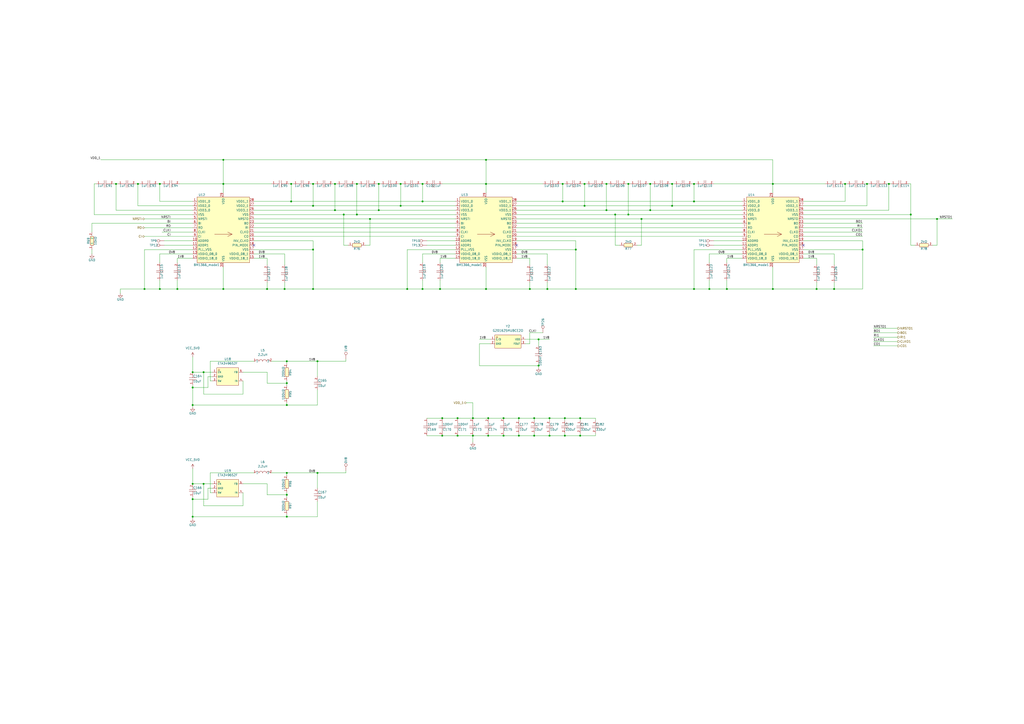
<source format=kicad_sch>
(kicad_sch (version 20250114) (generator "eeschema") (generator_version "9.0")
  (paper "A2")
  (junction (at 232.41 119.38))
  (junction (at 166.37 287.02))
  (junction (at 292.1 252.73))
  (junction (at 411.48 167.64))
  (junction (at 219.71 106.68))
  (junction (at 111.76 289.56))
  (junction (at 490.22 106.68))
  (junction (at 165.1 167.64))
  (junction (at 448.31 167.64))
  (junction (at 281.94 92.71))
  (junction (at 199.39 124.46))
  (junction (at 129.54 167.64))
  (junction (at 364.49 106.68))
  (junction (at 334.01 144.78))
  (junction (at 312.42 212.09))
  (junction (at 283.21 252.73))
  (junction (at 181.61 144.78))
  (junction (at 92.71 167.64))
  (junction (at 389.89 119.38))
  (junction (at 307.34 167.64))
  (junction (at 236.22 167.64))
  (junction (at 265.43 242.57))
  (junction (at 118.11 280.67))
  (junction (at 528.32 124.46))
  (junction (at 309.88 252.73))
  (junction (at 543.56 127))
  (junction (at 256.54 252.73))
  (junction (at 281.94 167.64))
  (junction (at 377.19 106.68))
  (junction (at 184.15 209.55))
  (junction (at 351.79 121.92))
  (junction (at 364.49 124.46))
  (junction (at 327.66 242.57))
  (junction (at 334.01 167.64))
  (junction (at 339.09 119.38))
  (junction (at 274.32 252.73))
  (junction (at 281.94 106.68))
  (junction (at 292.1 242.57))
  (junction (at 327.66 252.73))
  (junction (at 351.79 106.68))
  (junction (at 245.11 116.84))
  (junction (at 309.88 242.57))
  (junction (at 500.38 144.78))
  (junction (at 377.19 121.92))
  (junction (at 111.76 280.67))
  (junction (at 421.64 167.64))
  (junction (at 402.59 106.68))
  (junction (at 111.76 299.72))
  (junction (at 336.55 242.57))
  (junction (at 67.31 106.68))
  (junction (at 245.11 106.68))
  (junction (at 181.61 167.64))
  (junction (at 194.31 106.68))
  (junction (at 129.54 92.71))
  (junction (at 102.87 167.64))
  (junction (at 166.37 222.25))
  (junction (at 111.76 234.95))
  (junction (at 274.32 242.57))
  (junction (at 318.77 242.57))
  (junction (at 502.92 106.68))
  (junction (at 339.09 106.68))
  (junction (at 402.59 116.84))
  (junction (at 326.39 116.84))
  (junction (at 184.15 274.32))
  (junction (at 256.54 242.57))
  (junction (at 129.54 106.68))
  (junction (at 214.63 127))
  (junction (at 356.87 124.46))
  (junction (at 300.99 242.57))
  (junction (at 194.31 121.92))
  (junction (at 168.91 106.68))
  (junction (at 245.11 167.64))
  (junction (at 317.5 167.64))
  (junction (at 111.76 215.9))
  (junction (at 255.27 167.64))
  (junction (at 283.21 242.57))
  (junction (at 111.76 224.79))
  (junction (at 372.11 127))
  (junction (at 166.37 234.95))
  (junction (at 219.71 121.92))
  (junction (at 166.37 209.55))
  (junction (at 207.01 124.46))
  (junction (at 483.87 167.64))
  (junction (at 336.55 252.73))
  (junction (at 326.39 106.68))
  (junction (at 166.37 274.32))
  (junction (at 181.61 119.38))
  (junction (at 515.62 106.68))
  (junction (at 181.61 106.68))
  (junction (at 166.37 299.72))
  (junction (at 448.31 106.68))
  (junction (at 118.11 215.9))
  (junction (at 312.42 196.85))
  (junction (at 473.71 167.64))
  (junction (at 232.41 106.68))
  (junction (at 389.89 106.68))
  (junction (at 300.99 252.73))
  (junction (at 168.91 116.84))
  (junction (at 318.77 252.73))
  (junction (at 154.94 167.64))
  (junction (at 80.01 106.68))
  (junction (at 92.71 106.68))
  (junction (at 402.59 167.64))
  (junction (at 207.01 106.68))
  (junction (at 265.43 252.73))
  (junction (at 83.82 167.64))
  (no_connect (at 147.32 142.24))
  (no_connect (at 299.72 142.24))
  (no_connect (at 466.09 142.24))
  (wire (pts (xy 402.59 116.84) (xy 402.59 106.68)))
  (wire (pts (xy 80.01 119.38) (xy 80.01 106.68)))
  (wire (pts (xy 147.32 119.38) (xy 181.61 119.38)))
  (wire (pts (xy 483.87 163.83) (xy 483.87 167.64)))
  (wire (pts (xy 255.27 152.4) (xy 255.27 149.86)))
  (wire (pts (xy 326.39 106.68) (xy 326.39 116.84)))
  (wire (pts (xy 184.15 209.55) (xy 184.15 218.44)))
  (wire (pts (xy 181.61 144.78) (xy 181.61 167.64)))
  (wire (pts (xy 121.92 285.75) (xy 123.19 285.75)))
  (wire (pts (xy 421.64 152.4) (xy 421.64 149.86)))
  (wire (pts (xy 180.34 106.68) (xy 181.61 106.68)))
  (wire (pts (xy 207.01 106.68) (xy 205.74 106.68)))
  (wire (pts (xy 184.15 209.55) (xy 200.66 209.55)))
  (wire (pts (xy 514.35 106.68) (xy 515.62 106.68)))
  (wire (pts (xy 181.61 106.68) (xy 182.88 106.68)))
  (wire (pts (xy 377.19 106.68) (xy 378.46 106.68)))
  (wire (pts (xy 232.41 106.68) (xy 233.68 106.68)))
  (wire (pts (xy 80.01 106.68) (xy 78.74 106.68)))
  (wire (pts (xy 245.11 106.68) (xy 245.11 116.84)))
  (wire (pts (xy 218.44 106.68) (xy 219.71 106.68)))
  (wire (pts (xy 231.14 106.68) (xy 232.41 106.68)))
  (wire (pts (xy 312.42 200.66) (xy 312.42 196.85)))
  (wire (pts (xy 334.01 167.64) (xy 317.5 167.64)))
  (wire (pts (xy 309.88 242.57) (xy 309.88 243.84)))
  (wire (pts (xy 181.61 139.7) (xy 181.61 144.78)))
  (wire (pts (xy 515.62 121.92) (xy 515.62 106.68)))
  (wire (pts (xy 528.32 142.24) (xy 528.32 124.46)))
  (wire (pts (xy 336.55 251.46) (xy 336.55 252.73)))
  (wire (pts (xy 154.94 222.25) (xy 166.37 222.25)))
  (wire (pts (xy 166.37 299.72) (xy 166.37 298.45)))
  (wire (pts (xy 184.15 299.72) (xy 166.37 299.72)))
  (wire (pts (xy 274.32 256.54) (xy 274.32 252.73)))
  (wire (pts (xy 111.76 121.92) (xy 67.31 121.92)))
  (wire (pts (xy 147.32 144.78) (xy 181.61 144.78)))
  (wire (pts (xy 111.76 215.9) (xy 118.11 215.9)))
  (wire (pts (xy 299.72 137.16) (xy 430.53 137.16)))
  (wire (pts (xy 372.11 142.24) (xy 372.11 127)))
  (wire (pts (xy 121.92 220.98) (xy 123.19 220.98)))
  (wire (pts (xy 54.61 124.46) (xy 111.76 124.46)))
  (wire (pts (xy 181.61 167.64) (xy 236.22 167.64)))
  (wire (pts (xy 157.48 209.55) (xy 166.37 209.55)))
  (wire (pts (xy 121.92 274.32) (xy 121.92 285.75)))
  (wire (pts (xy 129.54 106.68) (xy 157.48 106.68)))
  (wire (pts (xy 265.43 252.73) (xy 274.32 252.73)))
  (wire (pts (xy 339.09 119.38) (xy 299.72 119.38)))
  (wire (pts (xy 365.76 106.68) (xy 364.49 106.68)))
  (wire (pts (xy 300.99 242.57) (xy 309.88 242.57)))
  (wire (pts (xy 411.48 152.4) (xy 411.48 147.32)))
  (wire (pts (xy 414.02 142.24) (xy 430.53 142.24)))
  (wire (pts (xy 53.34 147.32) (xy 53.34 144.78)))
  (wire (pts (xy 111.76 223.52) (xy 111.76 224.79)))
  (wire (pts (xy 501.65 106.68) (xy 502.92 106.68)))
  (wire (pts (xy 317.5 147.32) (xy 299.72 147.32)))
  (wire (pts (xy 147.32 129.54) (xy 264.16 129.54)))
  (wire (pts (xy 318.77 251.46) (xy 318.77 252.73)))
  (wire (pts (xy 147.32 124.46) (xy 199.39 124.46)))
  (wire (pts (xy 140.97 280.67) (xy 154.94 280.67)))
  (wire (pts (xy 281.94 154.94) (xy 281.94 167.64)))
  (wire (pts (xy 299.72 139.7) (xy 334.01 139.7)))
  (wire (pts (xy 326.39 116.84) (xy 402.59 116.84)))
  (wire (pts (xy 167.64 106.68) (xy 168.91 106.68)))
  (wire (pts (xy 309.88 242.57) (xy 318.77 242.57)))
  (wire (pts (xy 506.73 193.04) (xy 520.7 193.04)))
  (wire (pts (xy 154.94 167.64) (xy 129.54 167.64)))
  (wire (pts (xy 111.76 144.78) (xy 83.82 144.78)))
  (wire (pts (xy 118.11 280.67) (xy 123.19 280.67)))
  (wire (pts (xy 69.85 170.18) (xy 69.85 167.64)))
  (wire (pts (xy 200.66 208.28) (xy 200.66 209.55)))
  (wire (pts (xy 194.31 106.68) (xy 195.58 106.68)))
  (wire (pts (xy 111.76 234.95) (xy 166.37 234.95)))
  (wire (pts (xy 111.76 288.29) (xy 111.76 289.56)))
  (wire (pts (xy 377.19 121.92) (xy 377.19 106.68)))
  (wire (pts (xy 359.41 142.24) (xy 356.87 142.24)))
  (wire (pts (xy 53.34 134.62) (xy 53.34 129.54)))
  (wire (pts (xy 364.49 106.68) (xy 363.22 106.68)))
  (wire (pts (xy 147.32 274.32) (xy 121.92 274.32)))
  (wire (pts (xy 194.31 121.92) (xy 219.71 121.92)))
  (wire (pts (xy 245.11 116.84) (xy 264.16 116.84)))
  (wire (pts (xy 92.71 147.32) (xy 111.76 147.32)))
  (wire (pts (xy 83.82 167.64) (xy 92.71 167.64)))
  (wire (pts (xy 129.54 167.64) (xy 102.87 167.64)))
  (wire (pts (xy 356.87 142.24) (xy 356.87 124.46)))
  (wire (pts (xy 129.54 106.68) (xy 129.54 111.76)))
  (wire (pts (xy 299.72 132.08) (xy 430.53 132.08)))
  (wire (pts (xy 281.94 106.68) (xy 281.94 111.76)))
  (wire (pts (xy 473.71 149.86) (xy 466.09 149.86)))
  (wire (pts (xy 411.48 162.56) (xy 411.48 167.64)))
  (wire (pts (xy 351.79 121.92) (xy 351.79 106.68)))
  (wire (pts (xy 299.72 129.54) (xy 430.53 129.54)))
  (wire (pts (xy 281.94 92.71) (xy 281.94 106.68)))
  (wire (pts (xy 318.77 242.57) (xy 318.77 243.84)))
  (wire (pts (xy 334.01 139.7) (xy 334.01 144.78)))
  (wire (pts (xy 245.11 152.4) (xy 245.11 147.32)))
  (wire (pts (xy 184.15 234.95) (xy 166.37 234.95)))
  (wire (pts (xy 184.15 290.83) (xy 184.15 299.72)))
  (wire (pts (xy 166.37 209.55) (xy 184.15 209.55)))
  (wire (pts (xy 147.32 132.08) (xy 264.16 132.08)))
  (wire (pts (xy 154.94 149.86) (xy 147.32 149.86)))
  (wire (pts (xy 334.01 144.78) (xy 334.01 167.64)))
  (wire (pts (xy 120.65 218.44) (xy 120.65 224.79)))
  (wire (pts (xy 129.54 92.71) (xy 281.94 92.71)))
  (wire (pts (xy 312.42 212.09) (xy 312.42 213.36)))
  (wire (pts (xy 274.32 233.68) (xy 274.32 242.57)))
  (wire (pts (xy 292.1 252.73) (xy 300.99 252.73)))
  (wire (pts (xy 245.11 147.32) (xy 264.16 147.32)))
  (wire (pts (xy 200.66 273.05) (xy 200.66 274.32)))
  (wire (pts (xy 466.09 119.38) (xy 502.92 119.38)))
  (wire (pts (xy 345.44 242.57) (xy 345.44 243.84)))
  (wire (pts (xy 111.76 207.01) (xy 111.76 215.9)))
  (wire (pts (xy 327.66 242.57) (xy 336.55 242.57)))
  (wire (pts (xy 309.88 251.46) (xy 309.88 252.73)))
  (wire (pts (xy 466.09 121.92) (xy 515.62 121.92)))
  (wire (pts (xy 93.98 106.68) (xy 92.71 106.68)))
  (wire (pts (xy 307.34 163.83) (xy 307.34 167.64)))
  (wire (pts (xy 375.92 106.68) (xy 377.19 106.68)))
  (wire (pts (xy 102.87 152.4) (xy 102.87 149.86)))
  (wire (pts (xy 147.32 134.62) (xy 264.16 134.62)))
  (wire (pts (xy 402.59 106.68) (xy 403.86 106.68)))
  (wire (pts (xy 92.71 152.4) (xy 92.71 147.32)))
  (wire (pts (xy 118.11 215.9) (xy 118.11 228.6)))
  (wire (pts (xy 299.72 124.46) (xy 356.87 124.46)))
  (wire (pts (xy 199.39 124.46) (xy 207.01 124.46)))
  (wire (pts (xy 166.37 274.32) (xy 166.37 275.59)))
  (wire (pts (xy 528.32 106.68) (xy 527.05 106.68)))
  (wire (pts (xy 506.73 198.12) (xy 520.7 198.12)))
  (wire (pts (xy 327.66 252.73) (xy 336.55 252.73)))
  (wire (pts (xy 448.31 106.68) (xy 448.31 111.76)))
  (wire (pts (xy 274.32 252.73) (xy 283.21 252.73)))
  (wire (pts (xy 448.31 92.71) (xy 448.31 106.68)))
  (wire (pts (xy 466.09 137.16) (xy 500.38 137.16)))
  (wire (pts (xy 166.37 285.75) (xy 166.37 287.02)))
  (wire (pts (xy 326.39 116.84) (xy 299.72 116.84)))
  (wire (pts (xy 102.87 162.56) (xy 102.87 167.64)))
  (wire (pts (xy 402.59 167.64) (xy 411.48 167.64)))
  (wire (pts (xy 300.99 252.73) (xy 309.88 252.73)))
  (wire (pts (xy 466.09 134.62) (xy 500.38 134.62)))
  (wire (pts (xy 168.91 116.84) (xy 168.91 106.68)))
  (wire (pts (xy 147.32 116.84) (xy 168.91 116.84)))
  (wire (pts (xy 351.79 121.92) (xy 377.19 121.92)))
  (wire (pts (xy 104.14 106.68) (xy 129.54 106.68)))
  (wire (pts (xy 300.99 242.57) (xy 300.99 243.84)))
  (wire (pts (xy 102.87 149.86) (xy 111.76 149.86)))
  (wire (pts (xy 236.22 144.78) (xy 236.22 167.64)))
  (wire (pts (xy 184.15 274.32) (xy 200.66 274.32)))
  (wire (pts (xy 281.94 106.68) (xy 314.96 106.68)))
  (wire (pts (xy 500.38 167.64) (xy 483.87 167.64)))
  (wire (pts (xy 473.71 163.83) (xy 473.71 167.64)))
  (wire (pts (xy 389.89 119.38) (xy 389.89 106.68)))
  (wire (pts (xy 219.71 121.92) (xy 264.16 121.92)))
  (wire (pts (xy 245.11 106.68) (xy 246.38 106.68)))
  (wire (pts (xy 336.55 252.73) (xy 345.44 252.73)))
  (wire (pts (xy 356.87 124.46) (xy 364.49 124.46)))
  (wire (pts (xy 490.22 116.84) (xy 466.09 116.84)))
  (wire (pts (xy 95.25 139.7) (xy 111.76 139.7)))
  (wire (pts (xy 309.88 252.73) (xy 318.77 252.73)))
  (wire (pts (xy 154.94 280.67) (xy 154.94 287.02)))
  (wire (pts (xy 245.11 162.56) (xy 245.11 167.64)))
  (wire (pts (xy 154.94 163.83) (xy 154.94 167.64)))
  (wire (pts (xy 168.91 106.68) (xy 170.18 106.68)))
  (wire (pts (xy 466.09 124.46) (xy 528.32 124.46)))
  (wire (pts (xy 165.1 147.32) (xy 147.32 147.32)))
  (wire (pts (xy 339.09 106.68) (xy 340.36 106.68)))
  (wire (pts (xy 318.77 242.57) (xy 327.66 242.57)))
  (wire (pts (xy 92.71 116.84) (xy 92.71 106.68)))
  (wire (pts (xy 421.64 167.64) (xy 411.48 167.64)))
  (wire (pts (xy 140.97 228.6) (xy 118.11 228.6)))
  (wire (pts (xy 281.94 167.64) (xy 255.27 167.64)))
  (wire (pts (xy 83.82 132.08) (xy 111.76 132.08)))
  (wire (pts (xy 506.73 190.5) (xy 520.7 190.5)))
  (wire (pts (xy 307.34 199.39) (xy 304.8 199.39)))
  (wire (pts (xy 118.11 280.67) (xy 118.11 293.37)))
  (wire (pts (xy 54.61 106.68) (xy 54.61 124.46)))
  (wire (pts (xy 278.13 199.39) (xy 278.13 212.09)))
  (wire (pts (xy 184.15 274.32) (xy 184.15 283.21)))
  (wire (pts (xy 506.73 195.58) (xy 520.7 195.58)))
  (wire (pts (xy 165.1 153.67) (xy 165.1 147.32)))
  (wire (pts (xy 430.53 124.46) (xy 364.49 124.46)))
  (wire (pts (xy 541.02 142.24) (xy 543.56 142.24)))
  (wire (pts (xy 255.27 162.56) (xy 255.27 167.64)))
  (wire (pts (xy 166.37 209.55) (xy 166.37 210.82)))
  (wire (pts (xy 83.82 144.78) (xy 83.82 167.64)))
  (wire (pts (xy 154.94 153.67) (xy 154.94 149.86)))
  (wire (pts (xy 466.09 144.78) (xy 500.38 144.78)))
  (wire (pts (xy 166.37 287.02) (xy 166.37 288.29)))
  (wire (pts (xy 199.39 142.24) (xy 199.39 124.46)))
  (wire (pts (xy 448.31 154.94) (xy 448.31 167.64)))
  (wire (pts (xy 307.34 153.67) (xy 307.34 149.86)))
  (wire (pts (xy 284.48 199.39) (xy 278.13 199.39)))
  (wire (pts (xy 111.76 299.72) (xy 166.37 299.72)))
  (wire (pts (xy 336.55 242.57) (xy 345.44 242.57)))
  (wire (pts (xy 102.87 167.64) (xy 92.71 167.64)))
  (wire (pts (xy 515.62 106.68) (xy 516.89 106.68)))
  (wire (pts (xy 184.15 226.06) (xy 184.15 234.95)))
  (wire (pts (xy 488.95 106.68) (xy 490.22 106.68)))
  (wire (pts (xy 140.97 285.75) (xy 140.97 293.37)))
  (wire (pts (xy 147.32 209.55) (xy 121.92 209.55)))
  (wire (pts (xy 123.19 283.21) (xy 120.65 283.21)))
  (wire (pts (xy 421.64 162.56) (xy 421.64 167.64)))
  (wire (pts (xy 111.76 119.38) (xy 80.01 119.38)))
  (wire (pts (xy 350.52 106.68) (xy 351.79 106.68)))
  (wire (pts (xy 337.82 106.68) (xy 339.09 106.68)))
  (wire (pts (xy 236.22 167.64) (xy 245.11 167.64)))
  (wire (pts (xy 317.5 163.83) (xy 317.5 167.64)))
  (wire (pts (xy 93.98 134.62) (xy 111.76 134.62)))
  (wire (pts (xy 111.76 299.72) (xy 111.76 300.99)))
  (wire (pts (xy 219.71 106.68) (xy 220.98 106.68)))
  (wire (pts (xy 483.87 153.67) (xy 483.87 147.32)))
  (wire (pts (xy 83.82 137.16) (xy 111.76 137.16)))
  (wire (pts (xy 165.1 167.64) (xy 154.94 167.64)))
  (wire (pts (xy 123.19 218.44) (xy 120.65 218.44)))
  (wire (pts (xy 448.31 167.64) (xy 421.64 167.64)))
  (wire (pts (xy 58.42 92.71) (xy 129.54 92.71)))
  (wire (pts (xy 543.56 142.24) (xy 543.56 127)))
  (wire (pts (xy 490.22 106.68) (xy 490.22 116.84)))
  (wire (pts (xy 247.65 139.7) (xy 264.16 139.7)))
  (wire (pts (xy 147.32 137.16) (xy 264.16 137.16)))
  (wire (pts (xy 530.86 142.24) (xy 528.32 142.24)))
  (wire (pts (xy 243.84 106.68) (xy 245.11 106.68)))
  (wire (pts (xy 506.73 200.66) (xy 520.7 200.66)))
  (wire (pts (xy 466.09 139.7) (xy 500.38 139.7)))
  (wire (pts (xy 111.76 234.95) (xy 111.76 236.22)))
  (wire (pts (xy 236.22 144.78) (xy 264.16 144.78)))
  (wire (pts (xy 140.97 293.37) (xy 118.11 293.37)))
  (wire (pts (xy 483.87 147.32) (xy 466.09 147.32)))
  (wire (pts (xy 299.72 121.92) (xy 351.79 121.92)))
  (wire (pts (xy 157.48 274.32) (xy 166.37 274.32)))
  (wire (pts (xy 339.09 119.38) (xy 389.89 119.38)))
  (wire (pts (xy 129.54 92.71) (xy 129.54 106.68)))
  (wire (pts (xy 421.64 149.86) (xy 430.53 149.86)))
  (wire (pts (xy 147.32 121.92) (xy 194.31 121.92)))
  (wire (pts (xy 292.1 242.57) (xy 300.99 242.57)))
  (wire (pts (xy 466.09 129.54) (xy 500.38 129.54)))
  (wire (pts (xy 129.54 154.94) (xy 129.54 167.64)))
  (wire (pts (xy 207.01 124.46) (xy 207.01 106.68)))
  (wire (pts (xy 265.43 242.57) (xy 274.32 242.57)))
  (wire (pts (xy 147.32 139.7) (xy 181.61 139.7)))
  (wire (pts (xy 402.59 144.78) (xy 402.59 167.64)))
  (wire (pts (xy 502.92 106.68) (xy 504.19 106.68)))
  (wire (pts (xy 181.61 119.38) (xy 232.41 119.38)))
  (wire (pts (xy 334.01 167.64) (xy 402.59 167.64)))
  (wire (pts (xy 270.51 233.68) (xy 274.32 233.68)))
  (wire (pts (xy 67.31 121.92) (xy 67.31 106.68)))
  (wire (pts (xy 327.66 251.46) (xy 327.66 252.73)))
  (wire (pts (xy 336.55 242.57) (xy 336.55 243.84)))
  (wire (pts (xy 95.25 142.24) (xy 111.76 142.24)))
  (wire (pts (xy 500.38 139.7) (xy 500.38 144.78)))
  (wire (pts (xy 274.32 242.57) (xy 283.21 242.57)))
  (wire (pts (xy 214.63 142.24) (xy 214.63 127)))
  (wire (pts (xy 473.71 153.67) (xy 473.71 149.86)))
  (wire (pts (xy 388.62 106.68) (xy 389.89 106.68)))
  (wire (pts (xy 181.61 119.38) (xy 181.61 106.68)))
  (wire (pts (xy 121.92 209.55) (xy 121.92 220.98)))
  (wire (pts (xy 300.99 251.46) (xy 300.99 252.73)))
  (wire (pts (xy 111.76 116.84) (xy 92.71 116.84)))
  (wire (pts (xy 401.32 106.68) (xy 402.59 106.68)))
  (wire (pts (xy 543.56 127) (xy 552.45 127)))
  (wire (pts (xy 255.27 167.64) (xy 245.11 167.64)))
  (wire (pts (xy 53.34 129.54) (xy 111.76 129.54)))
  (wire (pts (xy 307.34 193.04) (xy 314.96 193.04)))
  (wire (pts (xy 351.79 106.68) (xy 353.06 106.68)))
  (wire (pts (xy 165.1 163.83) (xy 165.1 167.64)))
  (wire (pts (xy 111.76 289.56) (xy 111.76 299.72)))
  (wire (pts (xy 208.28 106.68) (xy 207.01 106.68)))
  (wire (pts (xy 430.53 121.92) (xy 377.19 121.92)))
  (wire (pts (xy 120.65 224.79) (xy 111.76 224.79)))
  (wire (pts (xy 430.53 116.84) (xy 402.59 116.84)))
  (wire (pts (xy 256.54 252.73) (xy 265.43 252.73)))
  (wire (pts (xy 312.42 196.85) (xy 318.77 196.85)))
  (wire (pts (xy 92.71 162.56) (xy 92.71 167.64)))
  (wire (pts (xy 168.91 116.84) (xy 245.11 116.84)))
  (wire (pts (xy 345.44 251.46) (xy 345.44 252.73)))
  (wire (pts (xy 154.94 287.02) (xy 166.37 287.02)))
  (wire (pts (xy 140.97 220.98) (xy 140.97 228.6)))
  (wire (pts (xy 255.27 149.86) (xy 264.16 149.86)))
  (wire (pts (xy 166.37 234.95) (xy 166.37 233.68)))
  (wire (pts (xy 83.82 127) (xy 111.76 127)))
  (wire (pts (xy 402.59 144.78) (xy 430.53 144.78)))
  (wire (pts (xy 325.12 106.68) (xy 326.39 106.68)))
  (wire (pts (xy 372.11 127) (xy 430.53 127)))
  (wire (pts (xy 166.37 222.25) (xy 166.37 223.52)))
  (wire (pts (xy 67.31 106.68) (xy 66.04 106.68)))
  (wire (pts (xy 247.65 142.24) (xy 264.16 142.24)))
  (wire (pts (xy 92.71 106.68) (xy 91.44 106.68)))
  (wire (pts (xy 212.09 142.24) (xy 214.63 142.24)))
  (wire (pts (xy 55.88 106.68) (xy 54.61 106.68)))
  (wire (pts (xy 307.34 193.04) (xy 307.34 199.39)))
  (wire (pts (xy 232.41 119.38) (xy 264.16 119.38)))
  (wire (pts (xy 307.34 167.64) (xy 281.94 167.64)))
  (wire (pts (xy 247.65 242.57) (xy 256.54 242.57)))
  (wire (pts (xy 312.42 210.82) (xy 312.42 212.09)))
  (wire (pts (xy 69.85 167.64) (xy 83.82 167.64)))
  (wire (pts (xy 283.21 252.73) (xy 292.1 252.73)))
  (wire (pts (xy 364.49 124.46) (xy 364.49 106.68)))
  (wire (pts (xy 201.93 142.24) (xy 199.39 142.24)))
  (wire (pts (xy 327.66 242.57) (xy 327.66 243.84)))
  (wire (pts (xy 278.13 212.09) (xy 312.42 212.09)))
  (wire (pts (xy 483.87 167.64) (xy 473.71 167.64)))
  (wire (pts (xy 81.28 106.68) (xy 80.01 106.68)))
  (wire (pts (xy 473.71 167.64) (xy 448.31 167.64)))
  (wire (pts (xy 118.11 215.9) (xy 123.19 215.9)))
  (wire (pts (xy 448.31 106.68) (xy 478.79 106.68)))
  (wire (pts (xy 283.21 242.57) (xy 292.1 242.57)))
  (wire (pts (xy 414.02 106.68) (xy 448.31 106.68)))
  (wire (pts (xy 307.34 149.86) (xy 299.72 149.86)))
  (wire (pts (xy 318.77 252.73) (xy 327.66 252.73)))
  (wire (pts (xy 247.65 252.73) (xy 256.54 252.73)))
  (wire (pts (xy 120.65 289.56) (xy 111.76 289.56)))
  (wire (pts (xy 219.71 106.68) (xy 219.71 121.92)))
  (wire (pts (xy 466.09 127) (xy 543.56 127)))
  (wire (pts (xy 339.09 106.68) (xy 339.09 119.38)))
  (wire (pts (xy 502.92 119.38) (xy 502.92 106.68)))
  (wire (pts (xy 111.76 280.67) (xy 118.11 280.67)))
  (wire (pts (xy 140.97 215.9) (xy 154.94 215.9)))
  (wire (pts (xy 528.32 124.46) (xy 528.32 106.68)))
  (wire (pts (xy 120.65 283.21) (xy 120.65 289.56)))
  (wire (pts (xy 232.41 106.68) (xy 232.41 119.38)))
  (wire (pts (xy 193.04 106.68) (xy 194.31 106.68)))
  (wire (pts (xy 411.48 147.32) (xy 430.53 147.32)))
  (wire (pts (xy 326.39 106.68) (xy 327.66 106.68)))
  (wire (pts (xy 147.32 127) (xy 214.63 127)))
  (wire (pts (xy 166.37 220.98) (xy 166.37 222.25)))
  (wire (pts (xy 299.72 144.78) (xy 334.01 144.78)))
  (wire (pts (xy 111.76 271.78) (xy 111.76 280.67)))
  (wire (pts (xy 256.54 242.57) (xy 265.43 242.57)))
  (wire (pts (xy 317.5 167.64) (xy 307.34 167.64)))
  (wire (pts (xy 317.5 153.67) (xy 317.5 147.32)))
  (wire (pts (xy 256.54 106.68) (xy 281.94 106.68)))
  (wire (pts (xy 389.89 106.68) (xy 391.16 106.68)))
  (wire (pts (xy 166.37 274.32) (xy 184.15 274.32)))
  (wire (pts (xy 68.58 106.68) (xy 67.31 106.68)))
  (wire (pts (xy 281.94 92.71) (xy 448.31 92.71)))
  (wire (pts (xy 299.72 134.62) (xy 430.53 134.62)))
  (wire (pts (xy 111.76 224.79) (xy 111.76 234.95)))
  (wire (pts (xy 214.63 127) (xy 264.16 127)))
  (wire (pts (xy 414.02 139.7) (xy 430.53 139.7)))
  (wire (pts (xy 207.01 124.46) (xy 264.16 124.46)))
  (wire (pts (xy 369.57 142.24) (xy 372.11 142.24)))
  (wire (pts (xy 194.31 121.92) (xy 194.31 106.68)))
  (wire (pts (xy 154.94 215.9) (xy 154.94 222.25)))
  (wire (pts (xy 165.1 167.64) (xy 181.61 167.64)))
  (wire (pts (xy 466.09 132.08) (xy 500.38 132.08)))
  (wire (pts (xy 430.53 119.38) (xy 389.89 119.38)))
  (wire (pts (xy 278.13 196.85) (xy 284.48 196.85)))
  (wire (pts (xy 500.38 144.78) (xy 500.38 167.64)))
  (wire (pts (xy 299.72 127) (xy 372.11 127)))
  (wire (pts (xy 312.42 196.85) (xy 304.8 196.85)))
  (wire (pts (xy 490.22 106.68) (xy 491.49 106.68)))
  (label "BO1" (at 500.38 129.54 180))
  (label "CLKO1" (at 506.73 198.12 0))
  (label "0V8" (at 101.6 147.32 180))
  (label "0V8" (at 306.07 147.32 180))
  (label "0V8" (at 472.44 147.32 180))
  (label "RI1" (at 506.73 195.58 0))
  (label "0V8" (at 182.88 274.32 180))
  (label "BI" (at 99.06 129.54 180))
  (label "1V8" (at 425.45 149.86 180))
  (label "1V8" (at 278.13 196.85 0))
  (label "CI" (at 99.06 137.16 180))
  (label "1V8" (at 259.08 149.86 180))
  (label "1V8" (at 318.77 196.85 180))
  (label "RO" (at 99.06 132.08 180))
  (label "1V8" (at 306.07 149.86 180))
  (label "BO1" (at 506.73 193.04 0))
  (label "NRSTO1" (at 552.45 127 180))
  (label "NRSTI" (at 99.06 127 180))
  (label "0V8" (at 254 147.32 180))
  (label "CO1" (at 500.38 137.16 180))
  (label "0V8" (at 153.67 147.32 180))
  (label "1V8" (at 106.68 149.86 180))
  (label "1V8" (at 182.88 209.55 180))
  (label "RI1" (at 500.38 132.08 180))
  (label "CLKO1" (at 500.38 134.62 180))
  (label "NRSTO1" (at 506.73 190.5 0))
  (label "CLKI" (at 99.06 134.62 180))
  (label "CO1" (at 506.73 200.66 0))
  (label "CLKI" (at 311.15 193.04 180))
  (label "1V8" (at 472.44 149.86 180))
  (label "1V8" (at 153.67 149.86 180))
  (label "VDD_1" (at 58.42 92.71 180))
  (label "0V8" (at 420.37 147.32 180))
  (hierarchical_label "CLKO1" (shape output) (at 520.7 198.12 0))
  (hierarchical_label "CO1" (shape output) (at 520.7 200.66 0))
  (hierarchical_label "RI1" (shape output) (at 520.7 195.58 0))
  (hierarchical_label "NRSTO1" (shape output) (at 520.7 190.5 0))
  (hierarchical_label "CI" (shape bidirectional) (at 83.82 137.16 180))
  (hierarchical_label "NRSTI" (shape bidirectional) (at 83.82 127 180))
  (hierarchical_label "VDD_1" (shape bidirectional) (at 270.51 233.68 180))
  (hierarchical_label "BO1" (shape output) (at 520.7 193.04 0))
  (hierarchical_label "RO" (shape bidirectional) (at 83.82 132.08 180))
  (symbol (lib_id "JLCPCB_lib:0402WGF2001TCE") (at 364.49 142.24 0) (unit 1)
    (property "Reference" "R77" (at 364.49 144.272 0))
    (property "Value" "2kΩ" (at 364.49 140.208 0))
    (property "Footprint" "JLCPCB_lib:R0402" (effects (hide yes)))
    (property "Datasheet" "https://item.szlcsc.com/323315.html" (effects (hide yes)))
    (property "LCSC" "C4109" (effects (hide yes)))
  )
  (symbol (lib_id "JLCPCB_lib:ETA3496S2F") (at 132.08 218.44 0) (unit 1)
    (property "Reference" "U18" (at 132.08 208.28 0))
    (property "Value" "ETA3496S2F" (at 132.08 210.82 0))
    (property "Footprint" "My_footprint_lib:SOT-23-5_L2.9-W1.6-P0.95-LS2.8-BR" (effects (hide yes)))
    (property "Datasheet" "https://atta.szlcsc.com/upload/public/pdf/source/20201015/C882654_F49EC15FD6A974BF40D8ED13350A683B.pdf" (effects (hide yes)))
    (property "LCSC" "C7465505" (effects (hide yes)))
  )
  (symbol (lib_id "JLCPCB_lib:CL05A106MQ5NUNC") (at 184.15 222.25 90) (unit 1)
    (property "Reference" "C165" (at 184.404 220.726 90) (effects (justify right)))
    (property "Value" "10uF" (at 184.404 223.774 90) (effects (justify right)))
    (property "Footprint" "JLCPCB_lib:C0402" (effects (hide yes)))
    (property "Datasheet" "https://item.szlcsc.com/15869.html" (effects (hide yes)))
    (property "LCSC" "C15525" (effects (hide yes)))
  )
  (symbol (lib_id "JLCPCB_lib:TAJD337K010RNJ") (at 336.55 247.65 90) (unit 1)
    (property "Reference" "C181" (at 336.55 246.126 90) (effects (justify right)))
    (property "Value" "330uF" (at 336.804 249.174 90) (effects (justify right)))
    (property "Footprint" "JLCPCB_lib:CASE-D_7343" (effects (hide yes)))
    (property "Datasheet" "https://atta.szlcsc.com/upload/public/pdf/source/20210427/369E0E2B82AAAC68C140254C20AD9476.pdf" (effects (hide yes)))
    (property "LCSC" "C7226" (effects (hide yes)))
  )
  (symbol (lib_id "JLCPCB_lib:CL05A105KA5NQNC") (at 175.26 106.68 0) (unit 1)
    (property "Reference" "C96" (at 179.578 107.696 0) (effects (justify right)))
    (property "Value" "1uF" (at 174.498 107.696 0) (effects (justify right)))
    (property "Footprint" "JLCPCB_lib:C0402" (effects (hide yes)))
    (property "Datasheet" "https://item.szlcsc.com/15869.html" (effects (hide yes)))
    (property "LCSC" "C52923" (effects (hide yes)))
  )
  (symbol (lib_id "JLCPCB_lib:CL05A105KA5NQNC") (at 99.06 106.68 0) (unit 1)
    (property "Reference" "C94" (at 103.378 107.696 0) (effects (justify right)))
    (property "Value" "1uF" (at 98.298 107.696 0) (effects (justify right)))
    (property "Footprint" "JLCPCB_lib:C0402" (effects (hide yes)))
    (property "Datasheet" "https://item.szlcsc.com/15869.html" (effects (hide yes)))
    (property "LCSC" "C52923" (effects (hide yes)))
  )
  (symbol (lib_id "JLCPCB_lib:CL05A105KA5NQNC") (at 251.46 106.68 0) (mirror y) (unit 1)
    (property "Reference" "C102" (at 247.142 107.696 0) (effects (justify right)))
    (property "Value" "1uF" (at 252.222 107.696 0) (effects (justify right)))
    (property "Footprint" "JLCPCB_lib:C0402" (effects (hide yes)))
    (property "Datasheet" "https://item.szlcsc.com/15869.html" (effects (hide yes)))
    (property "LCSC" "C52923" (effects (hide yes)))
  )
  (symbol (lib_id "JLCPCB_lib:CL05A105KA5NQNC") (at 483.87 106.68 0) (unit 1)
    (property "Reference" "C111" (at 489.458 107.696 0) (effects (justify right)))
    (property "Value" "1uF" (at 483.108 107.696 0) (effects (justify right)))
    (property "Footprint" "JLCPCB_lib:C0402" (effects (hide yes)))
    (property "Datasheet" "https://item.szlcsc.com/15869.html" (effects (hide yes)))
    (property "LCSC" "C52923" (effects (hide yes)))
  )
  (symbol (lib_id "Connector:TestPoint") (at 200.66 208.28 0) (unit 1)
    (property "Reference" "1V8" (at 200.66 202.184 90))
    (property "Value" "TestPoint" (effects (hide yes)))
    (property "Footprint" "TestPoint:TestPoint_Pad_D1.0mm" (effects (hide yes)))
    (property "Description" "test point" (effects (hide yes)))
  )
  (symbol (lib_id "JLCPCB_lib:CMI201209U2R2KT") (at 152.4 209.55 0) (unit 1)
    (property "Reference" "L5" (at 152.4 203.2 0))
    (property "Value" "2.2uH" (at 152.4 205.74 0))
    (property "Footprint" "My_footprint_lib:L0805" (effects (hide yes)))
    (property "Datasheet" "https://item.szlcsc.com/344132.html" (effects (hide yes)))
    (property "LCSC" "C1043" (effects (hide yes)))
  )
  (symbol (lib_id "JLCPCB_lib:CL05A105KA5NQNC") (at 521.97 106.68 0) (unit 1)
    (property "Reference" "C114" (at 527.558 107.696 0) (effects (justify right)))
    (property "Value" "1uF" (at 521.208 107.696 0) (effects (justify right)))
    (property "Footprint" "JLCPCB_lib:C0402" (effects (hide yes)))
    (property "Datasheet" "https://item.szlcsc.com/15869.html" (effects (hide yes)))
    (property "LCSC" "C52923" (effects (hide yes)))
  )
  (symbol (lib_id "JLCPCB_lib:CL05B104KB54PNC") (at 265.43 247.65 90) (mirror x) (unit 1)
    (property "Reference" "C171" (at 265.684 249.174 90) (effects (justify right)))
    (property "Value" "100nF" (at 265.684 246.126 90) (effects (justify right)))
    (property "Footprint" "JLCPCB_lib:C0402" (effects (hide yes)))
    (property "Datasheet" "https://item.szlcsc.com/15869.html" (effects (hide yes)))
    (property "LCSC" "C307331" (effects (hide yes)))
  )
  (symbol (lib_id "BM1366:BM1366_mode1") (at 281.94 134.62 0) (unit 1)
    (property "Reference" "U13" (at 267.462 113.03 0) (effects (justify left)))
    (property "Value" "BM1366_mode1" (at 264.668 153.67 0) (effects (justify left)))
    (property "Footprint" "JLCPCB_lib:BM1366" (effects (hide yes)))
  )
  (symbol (lib_id "JLCPCB_lib:CL05A105KA5NQNC") (at 73.66 106.68 0) (unit 1)
    (property "Reference" "C92" (at 77.978 107.696 0) (effects (justify right)))
    (property "Value" "1uF" (at 72.898 107.696 0) (effects (justify right)))
    (property "Footprint" "JLCPCB_lib:C0402" (effects (hide yes)))
    (property "Datasheet" "https://item.szlcsc.com/15869.html" (effects (hide yes)))
    (property "LCSC" "C52923" (effects (hide yes)))
  )
  (symbol (lib_id "JLCPCB_lib:CL05A105KA5NQNC") (at 370.84 106.68 0) (unit 1)
    (property "Reference" "C107" (at 375.158 107.696 0) (effects (justify right)))
    (property "Value" "1uF" (at 370.078 107.696 0) (effects (justify right)))
    (property "Footprint" "JLCPCB_lib:C0402" (effects (hide yes)))
    (property "Datasheet" "https://item.szlcsc.com/15869.html" (effects (hide yes)))
    (property "LCSC" "C52923" (effects (hide yes)))
  )
  (symbol (lib_id "Connector:TestPoint") (at 314.96 193.04 0) (unit 1)
    (property "Reference" "TP26" (at 314.96 186.944 90))
    (property "Value" "TestPoint" (effects (hide yes)))
    (property "Footprint" "TestPoint:TestPoint_Pad_D1.0mm" (effects (hide yes)))
    (property "Description" "test point" (effects (hide yes)))
  )
  (symbol (lib_id "JLCPCB_lib:CL05A105KA5NQNC") (at 332.74 106.68 0) (unit 1)
    (property "Reference" "C104" (at 337.058 107.696 0) (effects (justify right)))
    (property "Value" "1uF" (at 331.978 107.696 0) (effects (justify right)))
    (property "Footprint" "JLCPCB_lib:C0402" (effects (hide yes)))
    (property "Datasheet" "https://item.szlcsc.com/15869.html" (effects (hide yes)))
    (property "LCSC" "C52923" (effects (hide yes)))
  )
  (symbol (lib_id "JLCPCB_lib:CL05A105KA5NQNC") (at 383.54 106.68 0) (unit 1)
    (property "Reference" "C108" (at 387.858 107.696 0) (effects (justify right)))
    (property "Value" "1uF" (at 382.778 107.696 0) (effects (justify right)))
    (property "Footprint" "JLCPCB_lib:C0402" (effects (hide yes)))
    (property "Datasheet" "https://item.szlcsc.com/15869.html" (effects (hide yes)))
    (property "LCSC" "C52923" (effects (hide yes)))
  )
  (symbol (lib_id "JLCPCB_lib:CL05A105KA5NQNC") (at 238.76 106.68 0) (unit 1)
    (property "Reference" "C101" (at 243.078 107.696 0) (effects (justify right)))
    (property "Value" "1uF" (at 237.998 107.696 0) (effects (justify right)))
    (property "Footprint" "JLCPCB_lib:C0402" (effects (hide yes)))
    (property "Datasheet" "https://item.szlcsc.com/15869.html" (effects (hide yes)))
    (property "LCSC" "C52923" (effects (hide yes)))
  )
  (symbol (lib_id "JLCPCB_lib:G201625MUBCE2O") (at 294.64 198.12 0) (unit 1)
    (property "Reference" "Y2" (at 294.64 189.23 0))
    (property "Value" "G201625MUBCE2O" (at 294.64 191.77 0))
    (property "Footprint" "JLCPCB_lib:CRYSTAL-SMD_4P-L2.0-W1.6-BL-1" (effects (hide yes)))
    (property "Datasheet" "https://atta.szlcsc.com/upload/public/pdf/source/20201204/C880116_7920B5BB95467E70B8D5FE37B1198563.pdf" (effects (hide yes)))
    (property "LCSC" "C41399445" (effects (hide yes)))
  )
  (symbol (lib_id "JLCPCB_lib:CL05A105KA5NQNC") (at 102.87 157.48 90) (unit 1)
    (property "Reference" "C116" (at 103.886 153.162 0) (effects (justify right)))
    (property "Value" "1uF" (at 103.886 158.242 0) (effects (justify right)))
    (property "Footprint" "JLCPCB_lib:C0402" (effects (hide yes)))
    (property "Datasheet" "https://item.szlcsc.com/15869.html" (effects (hide yes)))
    (property "LCSC" "C52923" (effects (hide yes)))
  )
  (symbol (lib_id "power:GND") (at 111.76 236.22 0) (unit 1)
    (property "Reference" "#PWR054" (effects (hide yes)))
    (property "Value" "GND" (at 111.76 239.776 0))
    (property "Description" "Power symbol creates a global label with name \"GND\" , ground" (effects (hide yes)))
  )
  (symbol (lib_id "JLCPCB_lib:CL05A105KA5NQNC") (at 245.11 157.48 90) (unit 1)
    (property "Reference" "C119" (at 246.126 153.162 0) (effects (justify right)))
    (property "Value" "1uF" (at 246.126 158.242 0) (effects (justify right)))
    (property "Footprint" "JLCPCB_lib:C0402" (effects (hide yes)))
    (property "Datasheet" "https://item.szlcsc.com/15869.html" (effects (hide yes)))
    (property "LCSC" "C52923" (effects (hide yes)))
  )
  (symbol (lib_id "JLCPCB_lib:TAJD337K010RNJ") (at 327.66 247.65 90) (unit 1)
    (property "Reference" "C180" (at 327.66 246.126 90) (effects (justify right)))
    (property "Value" "330uF" (at 327.914 249.174 90) (effects (justify right)))
    (property "Footprint" "JLCPCB_lib:CASE-D_7343" (effects (hide yes)))
    (property "Datasheet" "https://atta.szlcsc.com/upload/public/pdf/source/20210427/369E0E2B82AAAC68C140254C20AD9476.pdf" (effects (hide yes)))
    (property "LCSC" "C7226" (effects (hide yes)))
  )
  (symbol (lib_id "JLCPCB_lib:CL05A105KA5NQNC") (at 408.94 106.68 0) (unit 1)
    (property "Reference" "C110" (at 413.258 107.696 0) (effects (justify right)))
    (property "Value" "1uF" (at 408.178 107.696 0) (effects (justify right)))
    (property "Footprint" "JLCPCB_lib:C0402" (effects (hide yes)))
    (property "Datasheet" "https://item.szlcsc.com/15869.html" (effects (hide yes)))
    (property "LCSC" "C52923" (effects (hide yes)))
  )
  (symbol (lib_id "power:GND") (at 274.32 256.54 0) (unit 1)
    (property "Reference" "#PWR053" (effects (hide yes)))
    (property "Value" "GND" (at 274.32 260.096 0))
    (property "Description" "Power symbol creates a global label with name \"GND\" , ground" (effects (hide yes)))
  )
  (symbol (lib_id "JLCPCB_lib:CL05A105KA5NQNC") (at 255.27 157.48 90) (unit 1)
    (property "Reference" "C120" (at 256.286 153.162 0) (effects (justify right)))
    (property "Value" "1uF" (at 256.286 158.242 0) (effects (justify right)))
    (property "Footprint" "JLCPCB_lib:C0402" (effects (hide yes)))
    (property "Datasheet" "https://item.szlcsc.com/15869.html" (effects (hide yes)))
    (property "LCSC" "C52923" (effects (hide yes)))
  )
  (symbol (lib_id "power:GND") (at 53.34 147.32 0) (unit 1)
    (property "Reference" "#PWR052" (effects (hide yes)))
    (property "Value" "GND" (at 53.34 150.876 0))
    (property "Description" "Power symbol creates a global label with name \"GND\" , ground" (effects (hide yes)))
  )
  (symbol (lib_id "JLCPCB_lib:CL05A105KA5NQNC") (at 509.27 106.68 0) (unit 1)
    (property "Reference" "C113" (at 514.858 107.696 0) (effects (justify right)))
    (property "Value" "1uF" (at 508.508 107.696 0) (effects (justify right)))
    (property "Footprint" "JLCPCB_lib:C0402" (effects (hide yes)))
    (property "Datasheet" "https://item.szlcsc.com/15869.html" (effects (hide yes)))
    (property "LCSC" "C52923" (effects (hide yes)))
  )
  (symbol (lib_id "Connector:TestPoint") (at 95.25 139.7 90) (unit 1)
    (property "Reference" "TP9" (at 89.154 139.7 90))
    (property "Value" "TestPoint" (effects (hide yes)))
    (property "Footprint" "TestPoint:TestPoint_Pad_D1.0mm" (effects (hide yes)))
    (property "Description" "test point" (effects (hide yes)))
  )
  (symbol (lib_id "JLCPCB_lib:0402WGF3003TCE") (at 166.37 293.37 90) (unit 1)
    (property "Reference" "R97" (at 168.402 291.338 0) (effects (justify right)))
    (property "Value" "300kΩ" (at 164.338 290.322 0) (effects (justify right)))
    (property "Footprint" "JLCPCB_lib:R0402" (effects (hide yes)))
    (property "Datasheet" "https://item.szlcsc.com/323315.html" (effects (hide yes)))
    (property "LCSC" "C25774" (effects (hide yes)))
  )
  (symbol (lib_id "power:GND") (at 312.42 213.36 0) (unit 1)
    (property "Reference" "#PWR078" (effects (hide yes)))
    (property "Value" "GND" (at 312.42 216.916 0))
    (property "Description" "Power symbol creates a global label with name \"GND\" , ground" (effects (hide yes)))
  )
  (symbol (lib_id "BM1366:BM1366_mode1") (at 129.54 134.62 0) (unit 1)
    (property "Reference" "U12" (at 115.062 113.03 0) (effects (justify left)))
    (property "Value" "BM1366_mode1" (at 112.268 153.67 0) (effects (justify left)))
    (property "Footprint" "JLCPCB_lib:BM1366" (effects (hide yes)))
  )
  (symbol (lib_id "JLCPCB_lib:CL05A105KA5NQNC") (at 60.96 106.68 0) (unit 1)
    (property "Reference" "C91" (at 65.278 107.696 0) (effects (justify right)))
    (property "Value" "1uF" (at 60.198 107.696 0) (effects (justify right)))
    (property "Footprint" "JLCPCB_lib:C0402" (effects (hide yes)))
    (property "Datasheet" "https://item.szlcsc.com/15869.html" (effects (hide yes)))
    (property "LCSC" "C52923" (effects (hide yes)))
  )
  (symbol (lib_id "JLCPCB_lib:CL05A105KA5NQNC") (at 226.06 106.68 0) (unit 1)
    (property "Reference" "C100" (at 230.378 107.696 0) (effects (justify right)))
    (property "Value" "1uF" (at 225.298 107.696 0) (effects (justify right)))
    (property "Footprint" "JLCPCB_lib:C0402" (effects (hide yes)))
    (property "Datasheet" "https://item.szlcsc.com/15869.html" (effects (hide yes)))
    (property "LCSC" "C52923" (effects (hide yes)))
  )
  (symbol (lib_id "JLCPCB_lib:CL05A105KA5NQNC") (at 396.24 106.68 0) (unit 1)
    (property "Reference" "C109" (at 400.558 107.696 0) (effects (justify right)))
    (property "Value" "1uF" (at 395.478 107.696 0) (effects (justify right)))
    (property "Footprint" "JLCPCB_lib:C0402" (effects (hide yes)))
    (property "Datasheet" "https://item.szlcsc.com/15869.html" (effects (hide yes)))
    (property "LCSC" "C52923" (effects (hide yes)))
  )
  (symbol (lib_id "JLCPCB_lib:CL05A105KA5NQNC") (at 307.34 158.75 90) (unit 1)
    (property "Reference" "C121" (at 308.356 154.432 0) (effects (justify right)))
    (property "Value" "1uF" (at 308.356 159.512 0) (effects (justify right)))
    (property "Footprint" "JLCPCB_lib:C0402" (effects (hide yes)))
    (property "Datasheet" "https://item.szlcsc.com/15869.html" (effects (hide yes)))
    (property "LCSC" "C52923" (effects (hide yes)))
  )
  (symbol (lib_id "JLCPCB_lib:CL05A105KA5NQNC") (at 274.32 247.65 90) (unit 1)
    (property "Reference" "C173" (at 274.32 249.174 90) (effects (justify right)))
    (property "Value" "1uF" (at 274.574 246.126 90) (effects (justify right)))
    (property "Footprint" "JLCPCB_lib:C0402" (effects (hide yes)))
    (property "Datasheet" "https://item.szlcsc.com/15869.html" (effects (hide yes)))
    (property "LCSC" "C52923" (effects (hide yes)))
  )
  (symbol (lib_id "Connector:TestPoint") (at 95.25 142.24 90) (unit 1)
    (property "Reference" "TP12" (at 89.154 142.24 90))
    (property "Value" "TestPoint" (effects (hide yes)))
    (property "Footprint" "TestPoint:TestPoint_Pad_D1.0mm" (effects (hide yes)))
    (property "Description" "test point" (effects (hide yes)))
  )
  (symbol (lib_id "JLCPCB_lib:0402WGF2003TCE") (at 166.37 215.9 90) (unit 1)
    (property "Reference" "R94" (at 168.402 214.122 0) (effects (justify right)))
    (property "Value" "200kΩ" (at 164.338 212.598 0) (effects (justify right)))
    (property "Footprint" "JLCPCB_lib:R0402" (effects (hide yes)))
    (property "Datasheet" "https://item.szlcsc.com/323315.html" (effects (hide yes)))
    (property "LCSC" "C25764" (effects (hide yes)))
  )
  (symbol (lib_id "power:VCC") (at 111.76 207.01 0) (unit 1)
    (property "Reference" "#PWR015" (effects (hide yes)))
    (property "Value" "VCC_5V0" (at 111.76 201.93 0))
    (property "Description" "Power symbol creates a global label with name \"VCC\"" (effects (hide yes)))
  )
  (symbol (lib_id "JLCPCB_lib:CL05A105KA5NQNC") (at 345.44 106.68 0) (unit 1)
    (property "Reference" "C105" (at 349.758 107.696 0) (effects (justify right)))
    (property "Value" "1uF" (at 344.678 107.696 0) (effects (justify right)))
    (property "Footprint" "JLCPCB_lib:C0402" (effects (hide yes)))
    (property "Datasheet" "https://item.szlcsc.com/15869.html" (effects (hide yes)))
    (property "LCSC" "C52923" (effects (hide yes)))
  )
  (symbol (lib_id "JLCPCB_lib:CL05A105KA5NQNC") (at 200.66 106.68 0) (unit 1)
    (property "Reference" "C98" (at 204.978 107.696 0) (effects (justify right)))
    (property "Value" "1uF" (at 199.898 107.696 0) (effects (justify right)))
    (property "Footprint" "JLCPCB_lib:C0402" (effects (hide yes)))
    (property "Datasheet" "https://item.szlcsc.com/15869.html" (effects (hide yes)))
    (property "LCSC" "C52923" (effects (hide yes)))
  )
  (symbol (lib_id "JLCPCB_lib:0402WGF1003TCE") (at 166.37 280.67 90) (unit 1)
    (property "Reference" "R96" (at 168.402 280.67 0))
    (property "Value" "100kΩ" (at 164.338 280.924 0))
    (property "Footprint" "JLCPCB_lib:R0402" (effects (hide yes)))
    (property "Datasheet" "https://item.szlcsc.com/323315.html" (effects (hide yes)))
    (property "LCSC" "C25741" (effects (hide yes)))
  )
  (symbol (lib_id "JLCPCB_lib:CL05A105KA5NQNC") (at 292.1 247.65 90) (unit 1)
    (property "Reference" "C175" (at 292.1 249.174 90) (effects (justify right)))
    (property "Value" "1uF" (at 292.354 246.126 90) (effects (justify right)))
    (property "Footprint" "JLCPCB_lib:C0402" (effects (hide yes)))
    (property "Datasheet" "https://item.szlcsc.com/15869.html" (effects (hide yes)))
    (property "LCSC" "C52923" (effects (hide yes)))
  )
  (symbol (lib_id "JLCPCB_lib:CL05A106MQ5NUNC") (at 318.77 247.65 90) (unit 1)
    (property "Reference" "C179" (at 319.024 246.126 90) (effects (justify right)))
    (property "Value" "10uF" (at 319.024 249.174 90) (effects (justify right)))
    (property "Footprint" "JLCPCB_lib:C0402" (effects (hide yes)))
    (property "Datasheet" "https://item.szlcsc.com/15869.html" (effects (hide yes)))
    (property "LCSC" "C15525" (effects (hide yes)))
  )
  (symbol (lib_id "JLCPCB_lib:CL05A106MQ5NUNC") (at 111.76 219.71 90) (unit 1)
    (property "Reference" "C164" (at 112.014 218.186 90) (effects (justify right)))
    (property "Value" "10uF" (at 112.014 221.234 90) (effects (justify right)))
    (property "Footprint" "JLCPCB_lib:C0402" (effects (hide yes)))
    (property "Datasheet" "https://item.szlcsc.com/15869.html" (effects (hide yes)))
    (property "LCSC" "C15525" (effects (hide yes)))
  )
  (symbol (lib_id "JLCPCB_lib:CL05A105KA5NQNC") (at 283.21 247.65 90) (unit 1)
    (property "Reference" "C174" (at 283.21 249.174 90) (effects (justify right)))
    (property "Value" "1uF" (at 283.464 246.126 90) (effects (justify right)))
    (property "Footprint" "JLCPCB_lib:C0402" (effects (hide yes)))
    (property "Datasheet" "https://item.szlcsc.com/15869.html" (effects (hide yes)))
    (property "LCSC" "C52923" (effects (hide yes)))
  )
  (symbol (lib_id "JLCPCB_lib:CL05A105KA5NQNC") (at 92.71 157.48 90) (unit 1)
    (property "Reference" "C115" (at 93.726 153.162 0) (effects (justify right)))
    (property "Value" "1uF" (at 93.726 158.242 0) (effects (justify right)))
    (property "Footprint" "JLCPCB_lib:C0402" (effects (hide yes)))
    (property "Datasheet" "https://item.szlcsc.com/15869.html" (effects (hide yes)))
    (property "LCSC" "C52923" (effects (hide yes)))
  )
  (symbol (lib_id "JLCPCB_lib:0402WGF2001TCE") (at 535.94 142.24 0) (unit 1)
    (property "Reference" "R78" (at 535.94 144.272 0))
    (property "Value" "2kΩ" (at 535.94 140.208 0))
    (property "Footprint" "JLCPCB_lib:R0402" (effects (hide yes)))
    (property "Datasheet" "https://item.szlcsc.com/323315.html" (effects (hide yes)))
    (property "LCSC" "C4109" (effects (hide yes)))
  )
  (symbol (lib_id "JLCPCB_lib:CL05A105KA5NQNC") (at 473.71 158.75 90) (unit 1)
    (property "Reference" "C125" (at 474.726 154.432 0) (effects (justify right)))
    (property "Value" "1uF" (at 474.726 159.512 0) (effects (justify right)))
    (property "Footprint" "JLCPCB_lib:C0402" (effects (hide yes)))
    (property "Datasheet" "https://item.szlcsc.com/15869.html" (effects (hide yes)))
    (property "LCSC" "C52923" (effects (hide yes)))
  )
  (symbol (lib_id "JLCPCB_lib:CL05A105KA5NQNC") (at 483.87 158.75 90) (unit 1)
    (property "Reference" "C126" (at 484.886 154.432 0) (effects (justify right)))
    (property "Value" "1uF" (at 484.886 159.512 0) (effects (justify right)))
    (property "Footprint" "JLCPCB_lib:C0402" (effects (hide yes)))
    (property "Datasheet" "https://item.szlcsc.com/15869.html" (effects (hide yes)))
    (property "LCSC" "C52923" (effects (hide yes)))
  )
  (symbol (lib_id "JLCPCB_lib:0402WGF1003TCE") (at 166.37 228.6 90) (unit 1)
    (property "Reference" "R95" (at 168.402 228.6 0))
    (property "Value" "100kΩ" (at 164.338 228.854 0))
    (property "Footprint" "JLCPCB_lib:R0402" (effects (hide yes)))
    (property "Datasheet" "https://item.szlcsc.com/323315.html" (effects (hide yes)))
    (property "LCSC" "C25741" (effects (hide yes)))
  )
  (symbol (lib_id "JLCPCB_lib:ETA3496S2F") (at 132.08 283.21 0) (unit 1)
    (property "Reference" "U19" (at 132.08 273.05 0))
    (property "Value" "ETA3496S2F" (at 132.08 275.59 0))
    (property "Footprint" "My_footprint_lib:SOT-23-5_L2.9-W1.6-P0.95-LS2.8-BR" (effects (hide yes)))
    (property "Datasheet" "https://atta.szlcsc.com/upload/public/pdf/source/20201015/C882654_F49EC15FD6A974BF40D8ED13350A683B.pdf" (effects (hide yes)))
    (property "LCSC" "C7465505" (effects (hide yes)))
  )
  (symbol (lib_id "JLCPCB_lib:CL05B104KB54PNC") (at 256.54 247.65 90) (mirror x) (unit 1)
    (property "Reference" "C170" (at 256.794 249.174 90) (effects (justify right)))
    (property "Value" "100nF" (at 256.794 246.126 90) (effects (justify right)))
    (property "Footprint" "JLCPCB_lib:C0402" (effects (hide yes)))
    (property "Datasheet" "https://item.szlcsc.com/15869.html" (effects (hide yes)))
    (property "LCSC" "C307331" (effects (hide yes)))
  )
  (symbol (lib_id "JLCPCB_lib:CL05A105KA5NQNC") (at 496.57 106.68 0) (unit 1)
    (property "Reference" "C112" (at 502.158 107.696 0) (effects (justify right)))
    (property "Value" "1uF" (at 495.808 107.696 0) (effects (justify right)))
    (property "Footprint" "JLCPCB_lib:C0402" (effects (hide yes)))
    (property "Datasheet" "https://item.szlcsc.com/15869.html" (effects (hide yes)))
    (property "LCSC" "C52923" (effects (hide yes)))
  )
  (symbol (lib_id "JLCPCB_lib:CL05A105KA5NQNC") (at 411.48 157.48 90) (unit 1)
    (property "Reference" "C123" (at 412.496 153.162 0) (effects (justify right)))
    (property "Value" "1uF" (at 412.496 158.242 0) (effects (justify right)))
    (property "Footprint" "JLCPCB_lib:C0402" (effects (hide yes)))
    (property "Datasheet" "https://item.szlcsc.com/15869.html" (effects (hide yes)))
    (property "LCSC" "C52923" (effects (hide yes)))
  )
  (symbol (lib_id "JLCPCB_lib:CL05A106MQ5NUNC") (at 111.76 284.48 90) (unit 1)
    (property "Reference" "C166" (at 112.014 282.956 90) (effects (justify right)))
    (property "Value" "10uF" (at 112.014 286.004 90) (effects (justify right)))
    (property "Footprint" "JLCPCB_lib:C0402" (effects (hide yes)))
    (property "Datasheet" "https://item.szlcsc.com/15869.html" (effects (hide yes)))
    (property "LCSC" "C15525" (effects (hide yes)))
  )
  (symbol (lib_id "JLCPCB_lib:CL05A105KA5NQNC") (at 154.94 158.75 90) (unit 1)
    (property "Reference" "C117" (at 155.956 154.432 0) (effects (justify right)))
    (property "Value" "1uF" (at 155.956 159.512 0) (effects (justify right)))
    (property "Footprint" "JLCPCB_lib:C0402" (effects (hide yes)))
    (property "Datasheet" "https://item.szlcsc.com/15869.html" (effects (hide yes)))
    (property "LCSC" "C52923" (effects (hide yes)))
  )
  (symbol (lib_id "JLCPCB_lib:CL05A105KA5NQNC") (at 187.96 106.68 0) (unit 1)
    (property "Reference" "C97" (at 192.278 107.696 0) (effects (justify right)))
    (property "Value" "1uF" (at 187.198 107.696 0) (effects (justify right)))
    (property "Footprint" "JLCPCB_lib:C0402" (effects (hide yes)))
    (property "Datasheet" "https://item.szlcsc.com/15869.html" (effects (hide yes)))
    (property "LCSC" "C52923" (effects (hide yes)))
  )
  (symbol (lib_id "JLCPCB_lib:CL05A105KA5NQNC") (at 317.5 158.75 90) (unit 1)
    (property "Reference" "C122" (at 318.516 154.432 0) (effects (justify right)))
    (property "Value" "1uF" (at 318.516 159.512 0) (effects (justify right)))
    (property "Footprint" "JLCPCB_lib:C0402" (effects (hide yes)))
    (property "Datasheet" "https://item.szlcsc.com/15869.html" (effects (hide yes)))
    (property "LCSC" "C52923" (effects (hide yes)))
  )
  (symbol (lib_id "JLCPCB_lib:CMI201209U2R2KT") (at 152.4 274.32 0) (unit 1)
    (property "Reference" "L6" (at 152.4 267.97 0))
    (property "Value" "2.2uH" (at 152.4 270.51 0))
    (property "Footprint" "My_footprint_lib:L0805" (effects (hide yes)))
    (property "Datasheet" "https://item.szlcsc.com/344132.html" (effects (hide yes)))
    (property "LCSC" "C1043" (effects (hide yes)))
  )
  (symbol (lib_id "Connector:TestPoint") (at 247.65 142.24 90) (unit 1)
    (property "Reference" "TP13" (at 241.3 142.24 90))
    (property "Value" "TestPoint" (effects (hide yes)))
    (property "Footprint" "TestPoint:TestPoint_Pad_D1.0mm" (effects (hide yes)))
    (property "Description" "test point" (effects (hide yes)))
  )
  (symbol (lib_id "JLCPCB_lib:0402WGF1002TCE") (at 53.34 139.7 90) (unit 1)
    (property "Reference" "R69" (at 51.308 139.7 0))
    (property "Value" "10kΩ" (at 55.372 139.7 0))
    (property "Footprint" "JLCPCB_lib:R0402" (effects (hide yes)))
    (property "Datasheet" "https://item.szlcsc.com/323315.html" (effects (hide yes)))
    (property "LCSC" "C25744" (effects (hide yes)))
  )
  (symbol (lib_id "JLCPCB_lib:CL05A105KA5NQNC") (at 421.64 157.48 90) (unit 1)
    (property "Reference" "C124" (at 422.656 153.162 0) (effects (justify right)))
    (property "Value" "1uF" (at 422.656 158.242 0) (effects (justify right)))
    (property "Footprint" "JLCPCB_lib:C0402" (effects (hide yes)))
    (property "Datasheet" "https://item.szlcsc.com/15869.html" (effects (hide yes)))
    (property "LCSC" "C52923" (effects (hide yes)))
  )
  (symbol (lib_id "power:GND") (at 111.76 300.99 0) (unit 1)
    (property "Reference" "#PWR057" (effects (hide yes)))
    (property "Value" "GND" (at 111.76 304.546 0))
    (property "Description" "Power symbol creates a global label with name \"GND\" , ground" (effects (hide yes)))
  )
  (symbol (lib_id "JLCPCB_lib:CL05A105KA5NQNC") (at 162.56 106.68 0) (unit 1)
    (property "Reference" "C95" (at 166.878 107.696 0) (effects (justify right)))
    (property "Value" "1uF" (at 161.798 107.696 0) (effects (justify right)))
    (property "Footprint" "JLCPCB_lib:C0402" (effects (hide yes)))
    (property "Datasheet" "https://item.szlcsc.com/15869.html" (effects (hide yes)))
    (property "LCSC" "C52923" (effects (hide yes)))
  )
  (symbol (lib_id "JLCPCB_lib:CL05B104KB54PNC") (at 312.42 205.74 90) (unit 1)
    (property "Reference" "C163" (at 313.436 203.2 0))
    (property "Value" "100nF" (at 313.436 206.248 0) (effects (justify right)))
    (property "Footprint" "JLCPCB_lib:C0402" (effects (hide yes)))
    (property "Datasheet" "https://item.szlcsc.com/15869.html" (effects (hide yes)))
    (property "LCSC" "C307331" (effects (hide yes)))
  )
  (symbol (lib_id "JLCPCB_lib:CL05A106MQ5NUNC") (at 309.88 247.65 90) (unit 1)
    (property "Reference" "C178" (at 310.134 246.126 90) (effects (justify right)))
    (property "Value" "10uF" (at 310.134 249.174 90) (effects (justify right)))
    (property "Footprint" "JLCPCB_lib:C0402" (effects (hide yes)))
    (property "Datasheet" "https://item.szlcsc.com/15869.html" (effects (hide yes)))
    (property "LCSC" "C15525" (effects (hide yes)))
  )
  (symbol (lib_id "JLCPCB_lib:CL05A106MQ5NUNC") (at 184.15 287.02 90) (unit 1)
    (property "Reference" "C167" (at 184.404 285.496 90) (effects (justify right)))
    (property "Value" "10uF" (at 184.404 288.544 90) (effects (justify right)))
    (property "Footprint" "JLCPCB_lib:C0402" (effects (hide yes)))
    (property "Datasheet" "https://item.szlcsc.com/15869.html" (effects (hide yes)))
    (property "LCSC" "C15525" (effects (hide yes)))
  )
  (symbol (lib_id "JLCPCB_lib:CL05A105KA5NQNC") (at 213.36 106.68 0) (unit 1)
    (property "Reference" "C99" (at 217.678 107.696 0) (effects (justify right)))
    (property "Value" "1uF" (at 212.598 107.696 0) (effects (justify right)))
    (property "Footprint" "JLCPCB_lib:C0402" (effects (hide yes)))
    (property "Datasheet" "https://item.szlcsc.com/15869.html" (effects (hide yes)))
    (property "LCSC" "C52923" (effects (hide yes)))
  )
  (symbol (lib_id "JLCPCB_lib:CL05A105KA5NQNC") (at 86.36 106.68 0) (unit 1)
    (property "Reference" "C93" (at 90.678 107.696 0) (effects (justify right)))
    (property "Value" "1uF" (at 85.598 107.696 0) (effects (justify right)))
    (property "Footprint" "JLCPCB_lib:C0402" (effects (hide yes)))
    (property "Datasheet" "https://item.szlcsc.com/15869.html" (effects (hide yes)))
    (property "LCSC" "C52923" (effects (hide yes)))
  )
  (symbol (lib_id "Connector:TestPoint") (at 414.02 139.7 90) (unit 1)
    (property "Reference" "TP11" (at 407.67 139.7 90))
    (property "Value" "TestPoint" (effects (hide yes)))
    (property "Footprint" "TestPoint:TestPoint_Pad_D1.0mm" (effects (hide yes)))
    (property "Description" "test point" (effects (hide yes)))
  )
  (symbol (lib_id "JLCPCB_lib:CL05A105KA5NQNC") (at 320.04 106.68 0) (unit 1)
    (property "Reference" "C103" (at 324.358 107.696 0) (effects (justify right)))
    (property "Value" "1uF" (at 319.278 107.696 0) (effects (justify right)))
    (property "Footprint" "JLCPCB_lib:C0402" (effects (hide yes)))
    (property "Datasheet" "https://item.szlcsc.com/15869.html" (effects (hide yes)))
    (property "LCSC" "C52923" (effects (hide yes)))
  )
  (symbol (lib_id "JLCPCB_lib:CL05B104KB54PNC") (at 247.65 247.65 90) (mirror x) (unit 1)
    (property "Reference" "C169" (at 247.904 249.174 90) (effects (justify right)))
    (property "Value" "100nF" (at 247.904 246.126 90) (effects (justify right)))
    (property "Footprint" "JLCPCB_lib:C0402" (effects (hide yes)))
    (property "Datasheet" "https://item.szlcsc.com/15869.html" (effects (hide yes)))
    (property "LCSC" "C307331" (effects (hide yes)))
  )
  (symbol (lib_id "Connector:TestPoint") (at 414.02 142.24 90) (unit 1)
    (property "Reference" "TP14" (at 407.67 142.24 90))
    (property "Value" "TestPoint" (effects (hide yes)))
    (property "Footprint" "TestPoint:TestPoint_Pad_D1.0mm" (effects (hide yes)))
    (property "Description" "test point" (effects (hide yes)))
  )
  (symbol (lib_id "power:VCC") (at 111.76 271.78 0) (unit 1)
    (property "Reference" "#PWR028" (effects (hide yes)))
    (property "Value" "VCC_5V0" (at 111.76 266.7 0))
    (property "Description" "Power symbol creates a global label with name \"VCC\"" (effects (hide yes)))
  )
  (symbol (lib_id "JLCPCB_lib:CL05A105KA5NQNC") (at 165.1 158.75 90) (unit 1)
    (property "Reference" "C118" (at 166.116 154.432 0) (effects (justify right)))
    (property "Value" "1uF" (at 166.116 159.512 0) (effects (justify right)))
    (property "Footprint" "JLCPCB_lib:C0402" (effects (hide yes)))
    (property "Datasheet" "https://item.szlcsc.com/15869.html" (effects (hide yes)))
    (property "LCSC" "C52923" (effects (hide yes)))
  )
  (symbol (lib_id "Connector:TestPoint") (at 247.65 139.7 90) (unit 1)
    (property "Reference" "TP10" (at 241.3 139.7 90))
    (property "Value" "TestPoint" (effects (hide yes)))
    (property "Footprint" "TestPoint:TestPoint_Pad_D1.0mm" (effects (hide yes)))
    (property "Description" "test point" (effects (hide yes)))
  )
  (symbol (lib_id "JLCPCB_lib:0402WGF2001TCE") (at 207.01 142.24 0) (unit 1)
    (property "Reference" "R76" (at 207.01 144.272 0))
    (property "Value" "2kΩ" (at 207.01 140.208 0))
    (property "Footprint" "JLCPCB_lib:R0402" (effects (hide yes)))
    (property "Datasheet" "https://item.szlcsc.com/323315.html" (effects (hide yes)))
    (property "LCSC" "C4109" (effects (hide yes)))
  )
  (symbol (lib_id "Connector:TestPoint") (at 200.66 273.05 0) (unit 1)
    (property "Reference" "0V8" (at 200.66 266.954 90))
    (property "Value" "TestPoint" (effects (hide yes)))
    (property "Footprint" "TestPoint:TestPoint_Pad_D1.0mm" (effects (hide yes)))
    (property "Description" "test point" (effects (hide yes)))
  )
  (symbol (lib_id "JLCPCB_lib:TAJD337K010RNJ") (at 345.44 247.65 90) (unit 1)
    (property "Reference" "C182" (at 345.44 246.126 90) (effects (justify right)))
    (property "Value" "330uF" (at 345.694 249.174 90) (effects (justify right)))
    (property "Footprint" "JLCPCB_lib:CASE-D_7343" (effects (hide yes)))
    (property "Datasheet" "https://atta.szlcsc.com/upload/public/pdf/source/20210427/369E0E2B82AAAC68C140254C20AD9476.pdf" (effects (hide yes)))
    (property "LCSC" "C7226" (effects (hide yes)))
  )
  (symbol (lib_id "BM1366:BM1366_mode1") (at 448.31 134.62 0) (unit 1)
    (property "Reference" "U14" (at 433.832 113.03 0) (effects (justify left)))
    (property "Value" "BM1366_mode1" (at 431.038 153.67 0) (effects (justify left)))
    (property "Footprint" "JLCPCB_lib:BM1366" (effects (hide yes)))
  )
  (symbol (lib_id "JLCPCB_lib:CL05A106MQ5NUNC") (at 300.99 247.65 90) (unit 1)
    (property "Reference" "C177" (at 301.244 246.126 90) (effects (justify right)))
    (property "Value" "10uF" (at 301.244 249.174 90) (effects (justify right)))
    (property "Footprint" "JLCPCB_lib:C0402" (effects (hide yes)))
    (property "Datasheet" "https://item.szlcsc.com/15869.html" (effects (hide yes)))
    (property "LCSC" "C15525" (effects (hide yes)))
  )
  (symbol (lib_id "JLCPCB_lib:CL05A105KA5NQNC") (at 358.14 106.68 0) (unit 1)
    (property "Reference" "C106" (at 362.458 107.696 0) (effects (justify right)))
    (property "Value" "1uF" (at 357.378 107.696 0) (effects (justify right)))
    (property "Footprint" "JLCPCB_lib:C0402" (effects (hide yes)))
    (property "Datasheet" "https://item.szlcsc.com/15869.html" (effects (hide yes)))
    (property "LCSC" "C52923" (effects (hide yes)))
  )
  (symbol (lib_id "power:GND") (at 69.85 170.18 0) (unit 1)
    (property "Reference" "#PWR051" (effects (hide yes)))
    (property "Value" "GND" (at 69.85 173.736 0))
    (property "Description" "Power symbol creates a global label with name \"GND\" , ground" (effects (hide yes)))
  )
)
</source>
